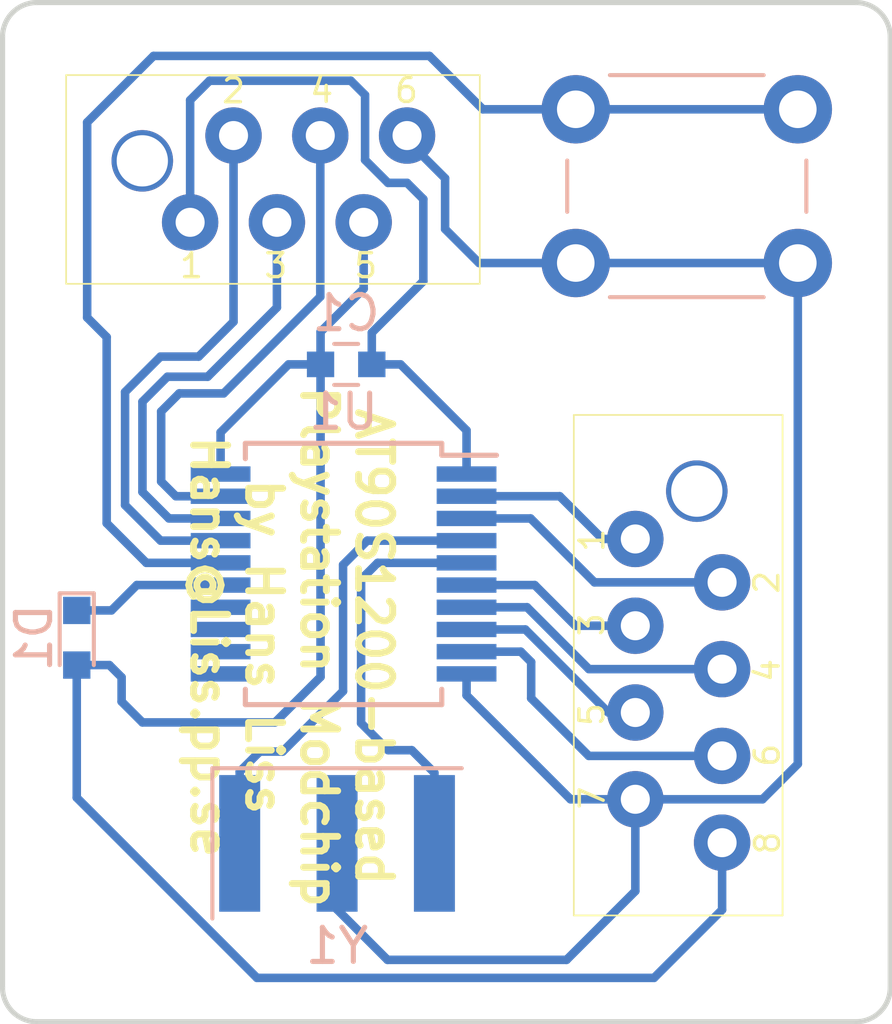
<source format=kicad_pcb>
(kicad_pcb (version 4) (host pcbnew 4.0.7)

  (general
    (links 25)
    (no_connects 0)
    (area 141.809399 90.145799 167.943601 120.128101)
    (thickness 1.6)
    (drawings 9)
    (tracks 118)
    (zones 0)
    (modules 7)
    (nets 17)
  )

  (page A4)
  (layers
    (0 F.Cu signal)
    (31 B.Cu signal)
    (32 B.Adhes user)
    (33 F.Adhes user)
    (34 B.Paste user)
    (35 F.Paste user)
    (36 B.SilkS user)
    (37 F.SilkS user)
    (38 B.Mask user)
    (39 F.Mask user)
    (40 Dwgs.User user)
    (41 Cmts.User user)
    (42 Eco1.User user)
    (43 Eco2.User user)
    (44 Edge.Cuts user)
    (45 Margin user)
    (46 B.CrtYd user)
    (47 F.CrtYd user)
    (48 B.Fab user)
    (49 F.Fab user)
  )

  (setup
    (last_trace_width 0.25)
    (trace_clearance 0.2)
    (zone_clearance 0.508)
    (zone_45_only no)
    (trace_min 0.2)
    (segment_width 0.2)
    (edge_width 0.15)
    (via_size 0.6)
    (via_drill 0.4)
    (via_min_size 0.4)
    (via_min_drill 0.3)
    (uvia_size 0.3)
    (uvia_drill 0.1)
    (uvias_allowed no)
    (uvia_min_size 0.2)
    (uvia_min_drill 0.1)
    (pcb_text_width 0.3)
    (pcb_text_size 1.5 1.5)
    (mod_edge_width 0.15)
    (mod_text_size 1 1)
    (mod_text_width 0.15)
    (pad_size 1.524 1.524)
    (pad_drill 0.762)
    (pad_to_mask_clearance 0.2)
    (aux_axis_origin 0 0)
    (visible_elements FFFFFF7F)
    (pcbplotparams
      (layerselection 0x00030_80000001)
      (usegerberextensions false)
      (excludeedgelayer true)
      (linewidth 0.100000)
      (plotframeref false)
      (viasonmask false)
      (mode 1)
      (useauxorigin false)
      (hpglpennumber 1)
      (hpglpenspeed 20)
      (hpglpendiameter 15)
      (hpglpenoverlay 2)
      (psnegative false)
      (psa4output false)
      (plotreference true)
      (plotvalue true)
      (plotinvisibletext false)
      (padsonsilk false)
      (subtractmaskfromsilk false)
      (outputformat 1)
      (mirror false)
      (drillshape 1)
      (scaleselection 1)
      (outputdirectory ""))
  )

  (net 0 "")
  (net 1 "Net-(C1-Pad1)")
  (net 2 "Net-(D1-Pad1)")
  (net 3 "Net-(J1-Pad4)")
  (net 4 "Net-(J1-Pad2)")
  (net 5 "Net-(J1-Pad6)")
  (net 6 "Net-(J1-Pad1)")
  (net 7 "Net-(J1-Pad3)")
  (net 8 "Net-(J1-Pad5)")
  (net 9 "Net-(J2-Pad4)")
  (net 10 "Net-(J2-Pad2)")
  (net 11 "Net-(J2-Pad3)")
  (net 12 "Net-(SW1-Pad1)")
  (net 13 "Net-(U1-Pad4)")
  (net 14 "Net-(U1-Pad5)")
  (net 15 VCC)
  (net 16 GND)

  (net_class Default "This is the default net class."
    (clearance 0.2)
    (trace_width 0.25)
    (via_dia 0.6)
    (via_drill 0.4)
    (uvia_dia 0.3)
    (uvia_drill 0.1)
    (add_net GND)
    (add_net "Net-(C1-Pad1)")
    (add_net "Net-(D1-Pad1)")
    (add_net "Net-(J1-Pad1)")
    (add_net "Net-(J1-Pad2)")
    (add_net "Net-(J1-Pad3)")
    (add_net "Net-(J1-Pad4)")
    (add_net "Net-(J1-Pad5)")
    (add_net "Net-(J1-Pad6)")
    (add_net "Net-(J2-Pad2)")
    (add_net "Net-(J2-Pad3)")
    (add_net "Net-(J2-Pad4)")
    (add_net "Net-(SW1-Pad1)")
    (add_net "Net-(U1-Pad4)")
    (add_net "Net-(U1-Pad5)")
    (add_net VCC)
  )

  (module Capacitors_SMD:C_0603 (layer B.Cu) (tedit 5B4DF769) (tstamp 5B4DF6F0)
    (at 151.9428 100.8126 180)
    (descr "Capacitor SMD 0603, reflow soldering, AVX (see smccp.pdf)")
    (tags "capacitor 0603")
    (path /5B4DE6F7)
    (attr smd)
    (fp_text reference C1 (at 0 1.5 180) (layer B.SilkS)
      (effects (font (size 1 1) (thickness 0.15)) (justify mirror))
    )
    (fp_text value C (at 0 -1.5 180) (layer B.Fab) hide
      (effects (font (size 1 1) (thickness 0.15)) (justify mirror))
    )
    (fp_line (start 1.4 -0.65) (end -1.4 -0.65) (layer B.CrtYd) (width 0.05))
    (fp_line (start 1.4 -0.65) (end 1.4 0.65) (layer B.CrtYd) (width 0.05))
    (fp_line (start -1.4 0.65) (end -1.4 -0.65) (layer B.CrtYd) (width 0.05))
    (fp_line (start -1.4 0.65) (end 1.4 0.65) (layer B.CrtYd) (width 0.05))
    (fp_line (start 0.35 -0.6) (end -0.35 -0.6) (layer B.SilkS) (width 0.12))
    (fp_line (start -0.35 0.6) (end 0.35 0.6) (layer B.SilkS) (width 0.12))
    (fp_line (start -0.8 0.4) (end 0.8 0.4) (layer B.Fab) (width 0.1))
    (fp_line (start 0.8 0.4) (end 0.8 -0.4) (layer B.Fab) (width 0.1))
    (fp_line (start 0.8 -0.4) (end -0.8 -0.4) (layer B.Fab) (width 0.1))
    (fp_line (start -0.8 -0.4) (end -0.8 0.4) (layer B.Fab) (width 0.1))
    (fp_text user %R (at 0 0 180) (layer B.Fab)
      (effects (font (size 0.3 0.3) (thickness 0.075)) (justify mirror))
    )
    (pad 2 smd rect (at 0.75 0 180) (size 0.8 0.75) (layers B.Cu B.Paste B.Mask)
      (net 15 VCC))
    (pad 1 smd rect (at -0.75 0 180) (size 0.8 0.75) (layers B.Cu B.Paste B.Mask)
      (net 1 "Net-(C1-Pad1)"))
    (model Capacitors_SMD.3dshapes/C_0603.wrl
      (at (xyz 0 0 0))
      (scale (xyz 1 1 1))
      (rotate (xyz 0 0 0))
    )
  )

  (module LEDs:LED_0603 (layer B.Cu) (tedit 5B4DF782) (tstamp 5B4DF6F6)
    (at 144.0561 108.8136 270)
    (descr "LED 0603 smd package")
    (tags "LED led 0603 SMD smd SMT smt smdled SMDLED smtled SMTLED")
    (path /5B4DE9C2)
    (attr smd)
    (fp_text reference D1 (at 0 1.25 270) (layer B.SilkS)
      (effects (font (size 1 1) (thickness 0.15)) (justify mirror))
    )
    (fp_text value LED (at 0 -1.35 270) (layer B.Fab) hide
      (effects (font (size 1 1) (thickness 0.15)) (justify mirror))
    )
    (fp_line (start -1.3 0.5) (end -1.3 -0.5) (layer B.SilkS) (width 0.12))
    (fp_line (start -0.2 0.2) (end -0.2 -0.2) (layer B.Fab) (width 0.1))
    (fp_line (start -0.15 0) (end 0.15 0.2) (layer B.Fab) (width 0.1))
    (fp_line (start 0.15 -0.2) (end -0.15 0) (layer B.Fab) (width 0.1))
    (fp_line (start 0.15 0.2) (end 0.15 -0.2) (layer B.Fab) (width 0.1))
    (fp_line (start 0.8 -0.4) (end -0.8 -0.4) (layer B.Fab) (width 0.1))
    (fp_line (start 0.8 0.4) (end 0.8 -0.4) (layer B.Fab) (width 0.1))
    (fp_line (start -0.8 0.4) (end 0.8 0.4) (layer B.Fab) (width 0.1))
    (fp_line (start -0.8 -0.4) (end -0.8 0.4) (layer B.Fab) (width 0.1))
    (fp_line (start -1.3 -0.5) (end 0.8 -0.5) (layer B.SilkS) (width 0.12))
    (fp_line (start -1.3 0.5) (end 0.8 0.5) (layer B.SilkS) (width 0.12))
    (fp_line (start 1.45 0.65) (end 1.45 -0.65) (layer B.CrtYd) (width 0.05))
    (fp_line (start 1.45 -0.65) (end -1.45 -0.65) (layer B.CrtYd) (width 0.05))
    (fp_line (start -1.45 -0.65) (end -1.45 0.65) (layer B.CrtYd) (width 0.05))
    (fp_line (start -1.45 0.65) (end 1.45 0.65) (layer B.CrtYd) (width 0.05))
    (pad 2 smd rect (at 0.8 0 90) (size 0.8 0.8) (layers B.Cu B.Paste B.Mask)
      (net 15 VCC))
    (pad 1 smd rect (at -0.8 0 90) (size 0.8 0.8) (layers B.Cu B.Paste B.Mask)
      (net 2 "Net-(D1-Pad1)"))
    (model ${KISYS3DMOD}/LEDs.3dshapes/LED_0603.wrl
      (at (xyz 0 0 0))
      (scale (xyz 1 1 1))
      (rotate (xyz 0 0 180))
    )
  )

  (module MicroMatch:MicroMatch_FOB_TH_08P (layer F.Cu) (tedit 5B4DF755) (tstamp 5B4DF713)
    (at 166.497 106.0323 90)
    (path /5B4DE60F)
    (fp_text reference J1 (at 0 0.5 90) (layer F.SilkS) hide
      (effects (font (size 1 1) (thickness 0.15)))
    )
    (fp_text value Conn_02x04_Odd_Even (at 0 -0.5 90) (layer F.Fab) hide
      (effects (font (size 1 1) (thickness 0.15)))
    )
    (fp_text user 8 (at -8.79 -2.22 90) (layer F.SilkS)
      (effects (font (size 0.7 0.7) (thickness 0.1)))
    )
    (fp_text user 7 (at -7.47 -7.35 90) (layer F.SilkS)
      (effects (font (size 0.7 0.7) (thickness 0.1)))
    )
    (fp_text user 6 (at -6.22 -2.23 90) (layer F.SilkS)
      (effects (font (size 0.7 0.7) (thickness 0.1)))
    )
    (fp_text user 4 (at -3.74 -2.23 90) (layer F.SilkS)
      (effects (font (size 0.7 0.7) (thickness 0.1)))
    )
    (fp_text user 2 (at -1.16 -2.24 90) (layer F.SilkS)
      (effects (font (size 0.7 0.7) (thickness 0.1)))
    )
    (fp_text user 5 (at -5.03 -7.36 90) (layer F.SilkS)
      (effects (font (size 0.7 0.7) (thickness 0.1)))
    )
    (fp_text user 3 (at -2.4 -7.36 90) (layer F.SilkS)
      (effects (font (size 0.7 0.7) (thickness 0.1)))
    )
    (fp_text user 1 (at 0.07 -7.36 90) (layer F.SilkS)
      (effects (font (size 0.7 0.7) (thickness 0.1)))
    )
    (fp_line (start -10.91 -7.89) (end 3.74 -7.89) (layer F.SilkS) (width 0.05))
    (fp_line (start 3.74 -7.89) (end 3.74 -1.78) (layer F.SilkS) (width 0.05))
    (fp_line (start 3.74 -1.78) (end -10.91 -1.78) (layer F.SilkS) (width 0.05))
    (fp_line (start -10.91 -1.78) (end -10.91 -7.89) (layer F.SilkS) (width 0.05))
    (fp_line (start -11 -1.68) (end -11 -8) (layer F.CrtYd) (width 0.05))
    (fp_line (start -11 -8) (end 3.86 -8) (layer F.CrtYd) (width 0.05))
    (fp_line (start 3.86 -8) (end 3.86 -1.68) (layer F.CrtYd) (width 0.05))
    (fp_line (start 3.86 -1.68) (end -11 -1.68) (layer F.CrtYd) (width 0.05))
    (pad 8 thru_hole circle (at -8.78 -3.55 90) (size 1.65 1.65) (drill 0.85) (layers *.Cu *.Mask)
      (net 15 VCC))
    (pad 7 thru_hole circle (at -7.51 -6.09 90) (size 1.65 1.65) (drill 0.85) (layers *.Cu *.Mask)
      (net 16 GND))
    (pad 4 thru_hole circle (at -3.7 -3.55 90) (size 1.65 1.65) (drill 0.85) (layers *.Cu *.Mask)
      (net 3 "Net-(J1-Pad4)"))
    (pad 2 thru_hole circle (at -1.16 -3.55 90) (size 1.65 1.65) (drill 0.85) (layers *.Cu *.Mask)
      (net 4 "Net-(J1-Pad2)"))
    (pad 6 thru_hole circle (at -6.24 -3.55 90) (size 1.65 1.65) (drill 0.85) (layers *.Cu *.Mask)
      (net 5 "Net-(J1-Pad6)"))
    (pad 1 thru_hole circle (at 0.11 -6.09 90) (size 1.65 1.65) (drill 0.85) (layers *.Cu *.Mask)
      (net 6 "Net-(J1-Pad1)"))
    (pad 3 thru_hole circle (at -2.43 -6.09 90) (size 1.65 1.65) (drill 0.85) (layers *.Cu *.Mask)
      (net 7 "Net-(J1-Pad3)"))
    (pad 5 thru_hole circle (at -4.97 -6.09 90) (size 1.65 1.65) (drill 0.85) (layers *.Cu *.Mask)
      (net 8 "Net-(J1-Pad5)"))
    (pad "" np_thru_hole circle (at 1.51 -4.29 90) (size 1.8 1.8) (drill 1.5) (layers *.Cu *.Mask))
  )

  (module MicroMatch:MicroMatch_FOB_TH_06P (layer F.Cu) (tedit 5B4DF74D) (tstamp 5B4DF72C)
    (at 147.4851 90.5637 180)
    (path /5B4DE550)
    (fp_text reference J2 (at 0 0.5 180) (layer F.SilkS) hide
      (effects (font (size 1 1) (thickness 0.15)))
    )
    (fp_text value Conn_02x03_Odd_Even (at 0 -0.5 180) (layer F.Fab) hide
      (effects (font (size 1 1) (thickness 0.15)))
    )
    (fp_text user 6 (at -6.22 -2.23 180) (layer F.SilkS)
      (effects (font (size 0.7 0.7) (thickness 0.1)))
    )
    (fp_text user 4 (at -3.74 -2.23 180) (layer F.SilkS)
      (effects (font (size 0.7 0.7) (thickness 0.1)))
    )
    (fp_text user 2 (at -1.16 -2.24 180) (layer F.SilkS)
      (effects (font (size 0.7 0.7) (thickness 0.1)))
    )
    (fp_text user 5 (at -5.03 -7.36 180) (layer F.SilkS)
      (effects (font (size 0.7 0.7) (thickness 0.1)))
    )
    (fp_text user 3 (at -2.4 -7.36 180) (layer F.SilkS)
      (effects (font (size 0.7 0.7) (thickness 0.1)))
    )
    (fp_text user 1 (at 0.07 -7.36 180) (layer F.SilkS)
      (effects (font (size 0.7 0.7) (thickness 0.1)))
    )
    (fp_line (start -8.37 -7.89) (end 3.74 -7.89) (layer F.SilkS) (width 0.05))
    (fp_line (start 3.74 -7.89) (end 3.74 -1.78) (layer F.SilkS) (width 0.05))
    (fp_line (start 3.74 -1.78) (end -8.37 -1.78) (layer F.SilkS) (width 0.05))
    (fp_line (start -8.37 -1.78) (end -8.37 -7.89) (layer F.SilkS) (width 0.05))
    (fp_line (start -8.46 -1.68) (end -8.46 -8) (layer F.CrtYd) (width 0.05))
    (fp_line (start -8.46 -8) (end 3.86 -8) (layer F.CrtYd) (width 0.05))
    (fp_line (start 3.86 -8) (end 3.86 -1.68) (layer F.CrtYd) (width 0.05))
    (fp_line (start 3.86 -1.68) (end -8.46 -1.68) (layer F.CrtYd) (width 0.05))
    (pad 4 thru_hole circle (at -3.7 -3.55 180) (size 1.65 1.65) (drill 0.85) (layers *.Cu *.Mask)
      (net 9 "Net-(J2-Pad4)"))
    (pad 2 thru_hole circle (at -1.16 -3.55 180) (size 1.65 1.65) (drill 0.85) (layers *.Cu *.Mask)
      (net 10 "Net-(J2-Pad2)"))
    (pad 6 thru_hole circle (at -6.24 -3.55 180) (size 1.65 1.65) (drill 0.85) (layers *.Cu *.Mask)
      (net 16 GND))
    (pad 1 thru_hole circle (at 0.11 -6.09 180) (size 1.65 1.65) (drill 0.85) (layers *.Cu *.Mask)
      (net 1 "Net-(C1-Pad1)"))
    (pad 3 thru_hole circle (at -2.43 -6.09 180) (size 1.65 1.65) (drill 0.85) (layers *.Cu *.Mask)
      (net 11 "Net-(J2-Pad3)"))
    (pad 5 thru_hole circle (at -4.97 -6.09 180) (size 1.65 1.65) (drill 0.85) (layers *.Cu *.Mask)
      (net 15 VCC))
    (pad "" np_thru_hole circle (at 1.51 -4.29 180) (size 1.8 1.8) (drill 1.5) (layers *.Cu *.Mask))
  )

  (module Buttons_Switches_THT:SW_PUSH_6mm (layer B.Cu) (tedit 5B4DF73A) (tstamp 5B4DF734)
    (at 165.1635 93.345 180)
    (descr https://www.omron.com/ecb/products/pdf/en-b3f.pdf)
    (tags "tact sw push 6mm")
    (path /5B4DEC93)
    (fp_text reference SW1 (at 3.25 2 180) (layer B.SilkS) hide
      (effects (font (size 1 1) (thickness 0.15)) (justify mirror))
    )
    (fp_text value SW_Push (at 3.75 -6.7 180) (layer B.Fab) hide
      (effects (font (size 1 1) (thickness 0.15)) (justify mirror))
    )
    (fp_text user %R (at 3.25 -2.25 180) (layer B.Fab)
      (effects (font (size 1 1) (thickness 0.15)) (justify mirror))
    )
    (fp_line (start 3.25 0.75) (end 6.25 0.75) (layer B.Fab) (width 0.1))
    (fp_line (start 6.25 0.75) (end 6.25 -5.25) (layer B.Fab) (width 0.1))
    (fp_line (start 6.25 -5.25) (end 0.25 -5.25) (layer B.Fab) (width 0.1))
    (fp_line (start 0.25 -5.25) (end 0.25 0.75) (layer B.Fab) (width 0.1))
    (fp_line (start 0.25 0.75) (end 3.25 0.75) (layer B.Fab) (width 0.1))
    (fp_line (start 7.75 -6) (end 8 -6) (layer B.CrtYd) (width 0.05))
    (fp_line (start 8 -6) (end 8 -5.75) (layer B.CrtYd) (width 0.05))
    (fp_line (start 7.75 1.5) (end 8 1.5) (layer B.CrtYd) (width 0.05))
    (fp_line (start 8 1.5) (end 8 1.25) (layer B.CrtYd) (width 0.05))
    (fp_line (start -1.5 1.25) (end -1.5 1.5) (layer B.CrtYd) (width 0.05))
    (fp_line (start -1.5 1.5) (end -1.25 1.5) (layer B.CrtYd) (width 0.05))
    (fp_line (start -1.5 -5.75) (end -1.5 -6) (layer B.CrtYd) (width 0.05))
    (fp_line (start -1.5 -6) (end -1.25 -6) (layer B.CrtYd) (width 0.05))
    (fp_line (start -1.25 1.5) (end 7.75 1.5) (layer B.CrtYd) (width 0.05))
    (fp_line (start -1.5 -5.75) (end -1.5 1.25) (layer B.CrtYd) (width 0.05))
    (fp_line (start 7.75 -6) (end -1.25 -6) (layer B.CrtYd) (width 0.05))
    (fp_line (start 8 1.25) (end 8 -5.75) (layer B.CrtYd) (width 0.05))
    (fp_line (start 1 -5.5) (end 5.5 -5.5) (layer B.SilkS) (width 0.12))
    (fp_line (start -0.25 -1.5) (end -0.25 -3) (layer B.SilkS) (width 0.12))
    (fp_line (start 5.5 1) (end 1 1) (layer B.SilkS) (width 0.12))
    (fp_line (start 6.75 -3) (end 6.75 -1.5) (layer B.SilkS) (width 0.12))
    (fp_circle (center 3.25 -2.25) (end 1.25 -2.5) (layer B.Fab) (width 0.1))
    (pad 2 thru_hole circle (at 0 -4.5 90) (size 2 2) (drill 1.1) (layers *.Cu *.Mask)
      (net 16 GND))
    (pad 1 thru_hole circle (at 0 0 90) (size 2 2) (drill 1.1) (layers *.Cu *.Mask)
      (net 12 "Net-(SW1-Pad1)"))
    (pad 2 thru_hole circle (at 6.5 -4.5 90) (size 2 2) (drill 1.1) (layers *.Cu *.Mask)
      (net 16 GND))
    (pad 1 thru_hole circle (at 6.5 0 90) (size 2 2) (drill 1.1) (layers *.Cu *.Mask)
      (net 12 "Net-(SW1-Pad1)"))
    (model ${KISYS3DMOD}/Buttons_Switches_THT.3dshapes/SW_PUSH_6mm.wrl
      (at (xyz 0.005 0 0))
      (scale (xyz 0.3937 0.3937 0.3937))
      (rotate (xyz 0 0 0))
    )
  )

  (module Housings_SSOP:SSOP-20_5.3x7.2mm_Pitch0.65mm (layer B.Cu) (tedit 5B4DF770) (tstamp 5B4DF74C)
    (at 151.8666 106.9467 180)
    (descr "20-Lead Plastic Shrink Small Outline (SS)-5.30 mm Body [SSOP] (see Microchip Packaging Specification 00000049BS.pdf)")
    (tags "SSOP 0.65")
    (path /5B4DE4B6)
    (attr smd)
    (fp_text reference U1 (at 0 4.75 180) (layer B.SilkS)
      (effects (font (size 1 1) (thickness 0.15)) (justify mirror))
    )
    (fp_text value AT90S1200-4YC (at 0 -4.75 180) (layer B.Fab) hide
      (effects (font (size 1 1) (thickness 0.15)) (justify mirror))
    )
    (fp_line (start -1.65 3.6) (end 2.65 3.6) (layer B.Fab) (width 0.15))
    (fp_line (start 2.65 3.6) (end 2.65 -3.6) (layer B.Fab) (width 0.15))
    (fp_line (start 2.65 -3.6) (end -2.65 -3.6) (layer B.Fab) (width 0.15))
    (fp_line (start -2.65 -3.6) (end -2.65 2.6) (layer B.Fab) (width 0.15))
    (fp_line (start -2.65 2.6) (end -1.65 3.6) (layer B.Fab) (width 0.15))
    (fp_line (start -4.75 4) (end -4.75 -4) (layer B.CrtYd) (width 0.05))
    (fp_line (start 4.75 4) (end 4.75 -4) (layer B.CrtYd) (width 0.05))
    (fp_line (start -4.75 4) (end 4.75 4) (layer B.CrtYd) (width 0.05))
    (fp_line (start -4.75 -4) (end 4.75 -4) (layer B.CrtYd) (width 0.05))
    (fp_line (start -2.875 3.825) (end -2.875 3.475) (layer B.SilkS) (width 0.15))
    (fp_line (start 2.875 3.825) (end 2.875 3.375) (layer B.SilkS) (width 0.15))
    (fp_line (start 2.875 -3.825) (end 2.875 -3.375) (layer B.SilkS) (width 0.15))
    (fp_line (start -2.875 -3.825) (end -2.875 -3.375) (layer B.SilkS) (width 0.15))
    (fp_line (start -2.875 3.825) (end 2.875 3.825) (layer B.SilkS) (width 0.15))
    (fp_line (start -2.875 -3.825) (end 2.875 -3.825) (layer B.SilkS) (width 0.15))
    (fp_line (start -2.875 3.475) (end -4.475 3.475) (layer B.SilkS) (width 0.15))
    (fp_text user %R (at 0 0 180) (layer B.Fab)
      (effects (font (size 0.8 0.8) (thickness 0.15)) (justify mirror))
    )
    (pad 1 smd rect (at -3.6 2.925 180) (size 1.75 0.45) (layers B.Cu B.Paste B.Mask)
      (net 1 "Net-(C1-Pad1)"))
    (pad 2 smd rect (at -3.6 2.275 180) (size 1.75 0.45) (layers B.Cu B.Paste B.Mask)
      (net 6 "Net-(J1-Pad1)"))
    (pad 3 smd rect (at -3.6 1.625 180) (size 1.75 0.45) (layers B.Cu B.Paste B.Mask)
      (net 4 "Net-(J1-Pad2)"))
    (pad 4 smd rect (at -3.6 0.975 180) (size 1.75 0.45) (layers B.Cu B.Paste B.Mask)
      (net 13 "Net-(U1-Pad4)"))
    (pad 5 smd rect (at -3.6 0.325 180) (size 1.75 0.45) (layers B.Cu B.Paste B.Mask)
      (net 14 "Net-(U1-Pad5)"))
    (pad 6 smd rect (at -3.6 -0.325 180) (size 1.75 0.45) (layers B.Cu B.Paste B.Mask)
      (net 7 "Net-(J1-Pad3)"))
    (pad 7 smd rect (at -3.6 -0.975 180) (size 1.75 0.45) (layers B.Cu B.Paste B.Mask)
      (net 3 "Net-(J1-Pad4)"))
    (pad 8 smd rect (at -3.6 -1.625 180) (size 1.75 0.45) (layers B.Cu B.Paste B.Mask)
      (net 8 "Net-(J1-Pad5)"))
    (pad 9 smd rect (at -3.6 -2.275 180) (size 1.75 0.45) (layers B.Cu B.Paste B.Mask)
      (net 5 "Net-(J1-Pad6)"))
    (pad 10 smd rect (at -3.6 -2.925 180) (size 1.75 0.45) (layers B.Cu B.Paste B.Mask)
      (net 16 GND))
    (pad 11 smd rect (at 3.6 -2.925 180) (size 1.75 0.45) (layers B.Cu B.Paste B.Mask))
    (pad 12 smd rect (at 3.6 -2.275 180) (size 1.75 0.45) (layers B.Cu B.Paste B.Mask))
    (pad 13 smd rect (at 3.6 -1.625 180) (size 1.75 0.45) (layers B.Cu B.Paste B.Mask))
    (pad 14 smd rect (at 3.6 -0.975 180) (size 1.75 0.45) (layers B.Cu B.Paste B.Mask))
    (pad 15 smd rect (at 3.6 -0.325 180) (size 1.75 0.45) (layers B.Cu B.Paste B.Mask)
      (net 2 "Net-(D1-Pad1)"))
    (pad 16 smd rect (at 3.6 0.325 180) (size 1.75 0.45) (layers B.Cu B.Paste B.Mask)
      (net 12 "Net-(SW1-Pad1)"))
    (pad 17 smd rect (at 3.6 0.975 180) (size 1.75 0.45) (layers B.Cu B.Paste B.Mask)
      (net 10 "Net-(J2-Pad2)"))
    (pad 18 smd rect (at 3.6 1.625 180) (size 1.75 0.45) (layers B.Cu B.Paste B.Mask)
      (net 11 "Net-(J2-Pad3)"))
    (pad 19 smd rect (at 3.6 2.275 180) (size 1.75 0.45) (layers B.Cu B.Paste B.Mask)
      (net 9 "Net-(J2-Pad4)"))
    (pad 20 smd rect (at 3.6 2.925 180) (size 1.75 0.45) (layers B.Cu B.Paste B.Mask)
      (net 15 VCC))
    (model ${KISYS3DMOD}/Housings_SSOP.3dshapes/SSOP-20_5.3x7.2mm_Pitch0.65mm.wrl
      (at (xyz 0 0 0))
      (scale (xyz 1 1 1))
      (rotate (xyz 0 0 0))
    )
  )

  (module Crystals:Resonator_SMD_muRata_SFECV-3pin_6.9x2.9mm (layer B.Cu) (tedit 5B4DF77A) (tstamp 5B4DF753)
    (at 151.6761 114.8334)
    (descr "SMD Resomator/Filter Murata SFECV, http://cdn-reichelt.de/documents/datenblatt/B400/SFECV-107.pdf, 6.9x2.9mm^2 package")
    (tags "SMD SMT ceramic resonator filter filter")
    (path /5B4DE646)
    (attr smd)
    (fp_text reference Y1 (at 0 3) (layer B.SilkS)
      (effects (font (size 1 1) (thickness 0.15)) (justify mirror))
    )
    (fp_text value Resonator (at 0 -3) (layer B.Fab) hide
      (effects (font (size 1 1) (thickness 0.15)) (justify mirror))
    )
    (fp_text user %R (at 0 0) (layer B.Fab)
      (effects (font (size 1 1) (thickness 0.15)) (justify mirror))
    )
    (fp_line (start -3.45 1.45) (end -3.45 -1.45) (layer B.Fab) (width 0.1))
    (fp_line (start -3.45 -1.45) (end 3.45 -1.45) (layer B.Fab) (width 0.1))
    (fp_line (start 3.45 -1.45) (end 3.45 1.45) (layer B.Fab) (width 0.1))
    (fp_line (start 3.45 1.45) (end -3.45 1.45) (layer B.Fab) (width 0.1))
    (fp_line (start -3.45 -0.45) (end -2.45 -1.45) (layer B.Fab) (width 0.1))
    (fp_line (start -3.65 2.2) (end -3.65 -2.2) (layer B.SilkS) (width 0.12))
    (fp_line (start -3.65 -2.2) (end 3.65 -2.2) (layer B.SilkS) (width 0.12))
    (fp_line (start -3.7 2.3) (end -3.7 -2.3) (layer B.CrtYd) (width 0.05))
    (fp_line (start -3.7 -2.3) (end 3.7 -2.3) (layer B.CrtYd) (width 0.05))
    (fp_line (start 3.7 -2.3) (end 3.7 2.3) (layer B.CrtYd) (width 0.05))
    (fp_line (start 3.7 2.3) (end -3.7 2.3) (layer B.CrtYd) (width 0.05))
    (pad 1 smd rect (at -2.85 0) (size 1.2 4) (layers B.Cu B.Paste B.Mask)
      (net 13 "Net-(U1-Pad4)"))
    (pad 2 smd rect (at 0 0) (size 1.2 4) (layers B.Cu B.Paste B.Mask)
      (net 16 GND))
    (pad 3 smd rect (at 2.85 0) (size 1.2 4) (layers B.Cu B.Paste B.Mask)
      (net 14 "Net-(U1-Pad5)"))
    (model ${KISYS3DMOD}/Crystals.3dshapes/Resonator_SMD_muRata_SFECV-3pin_6.9x2.9mm.wrl
      (at (xyz 0 0 0))
      (scale (xyz 1 1 1))
      (rotate (xyz 0 0 0))
    )
  )

  (gr_arc (start 142.8844 119.0531) (end 142.8844 120.0531) (angle 90) (layer Edge.Cuts) (width 0.15))
  (gr_arc (start 142.8844 91.2208) (end 141.8844 91.2208) (angle 90) (layer Edge.Cuts) (width 0.15))
  (gr_arc (start 166.8686 119.0531) (end 167.8686 119.0531) (angle 90) (layer Edge.Cuts) (width 0.15))
  (gr_arc (start 166.8686 91.2208) (end 166.8686 90.2208) (angle 90) (layer Edge.Cuts) (width 0.15))
  (gr_text "AT90S1200-based\nPlaystation Modchip\nby Hans Liss\nHans@Liss.pp.se\n" (at 150.3426 109.0803 270) (layer F.SilkS)
    (effects (font (size 1 1) (thickness 0.2)))
  )
  (gr_line (start 141.8844 119.0531) (end 141.8844 91.2208) (angle 90) (layer Edge.Cuts) (width 0.15))
  (gr_line (start 166.8686 120.0531) (end 142.8844 120.0531) (angle 90) (layer Edge.Cuts) (width 0.15))
  (gr_line (start 167.8686 91.2208) (end 167.8686 119.0531) (angle 90) (layer Edge.Cuts) (width 0.15))
  (gr_line (start 142.8844 90.2208) (end 166.8686 90.2208) (angle 90) (layer Edge.Cuts) (width 0.15))

  (segment (start 152.6928 100.8126) (end 153.53538 100.8126) (width 0.25) (layer B.Cu) (net 1))
  (segment (start 155.4666 102.74382) (end 155.4666 104.0217) (width 0.25) (layer B.Cu) (net 1) (tstamp 5B4DF99E))
  (segment (start 153.53538 100.8126) (end 155.4666 102.74382) (width 0.25) (layer B.Cu) (net 1) (tstamp 5B4DF99D))
  (segment (start 147.3751 96.6537) (end 147.3751 93.07654) (width 0.25) (layer B.Cu) (net 1))
  (segment (start 152.6928 99.8848) (end 152.6928 100.8126) (width 0.25) (layer B.Cu) (net 1) (tstamp 5B4DF95D))
  (segment (start 154.20086 98.37674) (end 152.6928 99.8848) (width 0.25) (layer B.Cu) (net 1) (tstamp 5B4DF95B))
  (segment (start 154.20086 95.9739) (end 154.20086 98.37674) (width 0.25) (layer B.Cu) (net 1) (tstamp 5B4DF95A))
  (segment (start 153.72588 95.49892) (end 154.20086 95.9739) (width 0.25) (layer B.Cu) (net 1) (tstamp 5B4DF959))
  (segment (start 153.16708 95.49892) (end 153.72588 95.49892) (width 0.25) (layer B.Cu) (net 1) (tstamp 5B4DF958))
  (segment (start 152.49652 94.82836) (end 153.16708 95.49892) (width 0.25) (layer B.Cu) (net 1) (tstamp 5B4DF957))
  (segment (start 152.49652 92.92844) (end 152.49652 94.82836) (width 0.25) (layer B.Cu) (net 1) (tstamp 5B4DF955))
  (segment (start 152.07742 92.50934) (end 152.49652 92.92844) (width 0.25) (layer B.Cu) (net 1) (tstamp 5B4DF954))
  (segment (start 147.9423 92.50934) (end 152.07742 92.50934) (width 0.25) (layer B.Cu) (net 1) (tstamp 5B4DF952))
  (segment (start 147.3751 93.07654) (end 147.9423 92.50934) (width 0.25) (layer B.Cu) (net 1) (tstamp 5B4DF950))
  (segment (start 144.0561 108.0136) (end 145.072 108.0136) (width 0.25) (layer B.Cu) (net 2))
  (segment (start 145.8139 107.2717) (end 148.2666 107.2717) (width 0.25) (layer B.Cu) (net 2) (tstamp 5B4DF8ED))
  (segment (start 145.072 108.0136) (end 145.8139 107.2717) (width 0.25) (layer B.Cu) (net 2) (tstamp 5B4DF8EC))
  (segment (start 155.4666 107.9217) (end 157.23834 107.9217) (width 0.25) (layer B.Cu) (net 3))
  (segment (start 159.04894 109.7323) (end 162.947 109.7323) (width 0.25) (layer B.Cu) (net 3) (tstamp 5B4DF8D0))
  (segment (start 157.23834 107.9217) (end 159.04894 109.7323) (width 0.25) (layer B.Cu) (net 3) (tstamp 5B4DF8CE))
  (segment (start 155.4666 105.3217) (end 157.3409 105.3217) (width 0.25) (layer B.Cu) (net 4))
  (segment (start 159.2115 107.1923) (end 162.947 107.1923) (width 0.25) (layer B.Cu) (net 4) (tstamp 5B4DF8C4))
  (segment (start 157.3409 105.3217) (end 159.2115 107.1923) (width 0.25) (layer B.Cu) (net 4) (tstamp 5B4DF8C2))
  (segment (start 162.947 112.2723) (end 159.04386 112.2723) (width 0.25) (layer B.Cu) (net 5))
  (segment (start 157.05498 109.2217) (end 155.4666 109.2217) (width 0.25) (layer B.Cu) (net 5) (tstamp 5B4DF995))
  (segment (start 157.35808 109.5248) (end 157.05498 109.2217) (width 0.25) (layer B.Cu) (net 5) (tstamp 5B4DF994))
  (segment (start 157.35808 110.58652) (end 157.35808 109.5248) (width 0.25) (layer B.Cu) (net 5) (tstamp 5B4DF993))
  (segment (start 159.04386 112.2723) (end 157.35808 110.58652) (width 0.25) (layer B.Cu) (net 5) (tstamp 5B4DF992))
  (segment (start 155.4666 104.6717) (end 158.19458 104.6717) (width 0.25) (layer B.Cu) (net 6))
  (segment (start 159.44518 105.9223) (end 160.407 105.9223) (width 0.25) (layer B.Cu) (net 6) (tstamp 5B4DF8BE))
  (segment (start 158.19458 104.6717) (end 159.44518 105.9223) (width 0.25) (layer B.Cu) (net 6) (tstamp 5B4DF8BD))
  (segment (start 155.4666 107.2717) (end 157.4621 107.2717) (width 0.25) (layer B.Cu) (net 7))
  (segment (start 158.6527 108.4623) (end 160.407 108.4623) (width 0.25) (layer B.Cu) (net 7) (tstamp 5B4DF8CA))
  (segment (start 157.4621 107.2717) (end 158.6527 108.4623) (width 0.25) (layer B.Cu) (net 7) (tstamp 5B4DF8C8))
  (segment (start 155.4666 108.5717) (end 157.1873 108.5717) (width 0.25) (layer B.Cu) (net 8))
  (segment (start 159.6179 111.0023) (end 160.407 111.0023) (width 0.25) (layer B.Cu) (net 8) (tstamp 5B4DF8D6))
  (segment (start 157.1873 108.5717) (end 159.6179 111.0023) (width 0.25) (layer B.Cu) (net 8) (tstamp 5B4DF8D4))
  (segment (start 151.1851 94.1137) (end 151.1851 98.83218) (width 0.25) (layer B.Cu) (net 9))
  (segment (start 146.95762 104.6717) (end 148.2666 104.6717) (width 0.25) (layer B.Cu) (net 9) (tstamp 5B4DF908))
  (segment (start 146.52752 104.2416) (end 146.95762 104.6717) (width 0.25) (layer B.Cu) (net 9) (tstamp 5B4DF907))
  (segment (start 146.52752 102.18928) (end 146.52752 104.2416) (width 0.25) (layer B.Cu) (net 9) (tstamp 5B4DF906))
  (segment (start 147.05584 101.66096) (end 146.52752 102.18928) (width 0.25) (layer B.Cu) (net 9) (tstamp 5B4DF905))
  (segment (start 148.35632 101.66096) (end 147.05584 101.66096) (width 0.25) (layer B.Cu) (net 9) (tstamp 5B4DF903))
  (segment (start 151.1851 98.83218) (end 148.35632 101.66096) (width 0.25) (layer B.Cu) (net 9) (tstamp 5B4DF901))
  (segment (start 148.6451 94.1137) (end 148.6451 99.5637) (width 0.25) (layer B.Cu) (net 10))
  (segment (start 146.5101 105.9717) (end 148.2666 105.9717) (width 0.25) (layer B.Cu) (net 10) (tstamp 5B4DF91E))
  (segment (start 145.47088 104.93248) (end 146.5101 105.9717) (width 0.25) (layer B.Cu) (net 10) (tstamp 5B4DF91C))
  (segment (start 145.47088 101.62032) (end 145.47088 104.93248) (width 0.25) (layer B.Cu) (net 10) (tstamp 5B4DF91A))
  (segment (start 146.5072 100.584) (end 145.47088 101.62032) (width 0.25) (layer B.Cu) (net 10) (tstamp 5B4DF918))
  (segment (start 147.6248 100.584) (end 146.5072 100.584) (width 0.25) (layer B.Cu) (net 10) (tstamp 5B4DF917))
  (segment (start 148.6451 99.5637) (end 147.6248 100.584) (width 0.25) (layer B.Cu) (net 10) (tstamp 5B4DF915))
  (segment (start 149.9151 96.6537) (end 149.9151 99.14714) (width 0.25) (layer B.Cu) (net 11))
  (segment (start 146.75418 105.3217) (end 148.2666 105.3217) (width 0.25) (layer B.Cu) (net 11) (tstamp 5B4DF912))
  (segment (start 145.97888 104.5464) (end 146.75418 105.3217) (width 0.25) (layer B.Cu) (net 11) (tstamp 5B4DF911))
  (segment (start 145.97888 101.9048) (end 145.97888 104.5464) (width 0.25) (layer B.Cu) (net 11) (tstamp 5B4DF910))
  (segment (start 146.7104 101.17328) (end 145.97888 101.9048) (width 0.25) (layer B.Cu) (net 11) (tstamp 5B4DF90F))
  (segment (start 147.88896 101.17328) (end 146.7104 101.17328) (width 0.25) (layer B.Cu) (net 11) (tstamp 5B4DF90D))
  (segment (start 149.9151 99.14714) (end 147.88896 101.17328) (width 0.25) (layer B.Cu) (net 11) (tstamp 5B4DF90B))
  (segment (start 158.6635 93.345) (end 155.9433 93.345) (width 0.25) (layer B.Cu) (net 12) (status 400000))
  (segment (start 146.0933 106.6217) (end 148.2666 106.6217) (width 0.25) (layer B.Cu) (net 12) (tstamp 5B4DFAE7) (status 800000))
  (segment (start 144.9324 105.4608) (end 146.0933 106.6217) (width 0.25) (layer B.Cu) (net 12) (tstamp 5B4DFAE5))
  (segment (start 144.9324 100.0125) (end 144.9324 105.4608) (width 0.25) (layer B.Cu) (net 12) (tstamp 5B4DFAE4))
  (segment (start 144.3609 99.441) (end 144.9324 100.0125) (width 0.25) (layer B.Cu) (net 12) (tstamp 5B4DFAE3))
  (segment (start 144.3609 93.726) (end 144.3609 99.441) (width 0.25) (layer B.Cu) (net 12) (tstamp 5B4DFAE1))
  (segment (start 146.304 91.7829) (end 144.3609 93.726) (width 0.25) (layer B.Cu) (net 12) (tstamp 5B4DFADF))
  (segment (start 154.3812 91.7829) (end 146.304 91.7829) (width 0.25) (layer B.Cu) (net 12) (tstamp 5B4DFADD))
  (segment (start 155.9433 93.345) (end 154.3812 91.7829) (width 0.25) (layer B.Cu) (net 12) (tstamp 5B4DFADB))
  (segment (start 165.1635 93.345) (end 158.6635 93.345) (width 0.25) (layer B.Cu) (net 12) (status 30))
  (segment (start 148.8261 114.8334) (end 148.8261 112.73294) (width 0.25) (layer B.Cu) (net 13))
  (segment (start 152.55966 105.9717) (end 155.4666 105.9717) (width 0.25) (layer B.Cu) (net 13) (tstamp 5B4DF944))
  (segment (start 151.85136 106.68) (end 152.55966 105.9717) (width 0.25) (layer B.Cu) (net 13) (tstamp 5B4DF943))
  (segment (start 151.85136 110.37824) (end 151.85136 106.68) (width 0.25) (layer B.Cu) (net 13) (tstamp 5B4DF941))
  (segment (start 150.08352 112.14608) (end 151.85136 110.37824) (width 0.25) (layer B.Cu) (net 13) (tstamp 5B4DF940))
  (segment (start 149.41296 112.14608) (end 150.08352 112.14608) (width 0.25) (layer B.Cu) (net 13) (tstamp 5B4DF93F))
  (segment (start 148.8261 112.73294) (end 149.41296 112.14608) (width 0.25) (layer B.Cu) (net 13) (tstamp 5B4DF93E))
  (segment (start 154.5261 114.8334) (end 154.5261 112.7685) (width 0.25) (layer B.Cu) (net 14))
  (segment (start 152.8647 106.6217) (end 155.4666 106.6217) (width 0.25) (layer B.Cu) (net 14) (tstamp 5B4DF94C))
  (segment (start 152.37968 107.10672) (end 152.8647 106.6217) (width 0.25) (layer B.Cu) (net 14) (tstamp 5B4DF94B))
  (segment (start 152.37968 111.31296) (end 152.37968 107.10672) (width 0.25) (layer B.Cu) (net 14) (tstamp 5B4DF94A))
  (segment (start 153.17216 112.10544) (end 152.37968 111.31296) (width 0.25) (layer B.Cu) (net 14) (tstamp 5B4DF949))
  (segment (start 153.86304 112.10544) (end 153.17216 112.10544) (width 0.25) (layer B.Cu) (net 14) (tstamp 5B4DF948))
  (segment (start 154.5261 112.7685) (end 153.86304 112.10544) (width 0.25) (layer B.Cu) (net 14) (tstamp 5B4DF947))
  (segment (start 151.1928 100.8126) (end 150.25624 100.8126) (width 0.25) (layer B.Cu) (net 15))
  (segment (start 148.2666 102.80224) (end 148.2666 104.0217) (width 0.25) (layer B.Cu) (net 15) (tstamp 5B4DF999))
  (segment (start 150.25624 100.8126) (end 148.2666 102.80224) (width 0.25) (layer B.Cu) (net 15) (tstamp 5B4DF998))
  (segment (start 144.0561 109.6136) (end 144.0561 113.49482) (width 0.25) (layer B.Cu) (net 15))
  (segment (start 162.947 116.77812) (end 162.947 114.8123) (width 0.25) (layer B.Cu) (net 15) (tstamp 5B4DF933))
  (segment (start 160.95472 118.7704) (end 162.947 116.77812) (width 0.25) (layer B.Cu) (net 15) (tstamp 5B4DF931))
  (segment (start 149.33168 118.7704) (end 160.95472 118.7704) (width 0.25) (layer B.Cu) (net 15) (tstamp 5B4DF92F))
  (segment (start 144.0561 113.49482) (end 149.33168 118.7704) (width 0.25) (layer B.Cu) (net 15) (tstamp 5B4DF92D))
  (segment (start 151.1928 100.8126) (end 151.1928 109.95984) (width 0.25) (layer B.Cu) (net 15))
  (segment (start 145.01104 109.6136) (end 144.0561 109.6136) (width 0.25) (layer B.Cu) (net 15) (tstamp 5B4DF92A))
  (segment (start 145.36928 109.97184) (end 145.01104 109.6136) (width 0.25) (layer B.Cu) (net 15) (tstamp 5B4DF929))
  (segment (start 145.36928 110.68304) (end 145.36928 109.97184) (width 0.25) (layer B.Cu) (net 15) (tstamp 5B4DF928))
  (segment (start 145.97888 111.29264) (end 145.36928 110.68304) (width 0.25) (layer B.Cu) (net 15) (tstamp 5B4DF926))
  (segment (start 149.86 111.29264) (end 145.97888 111.29264) (width 0.25) (layer B.Cu) (net 15) (tstamp 5B4DF924))
  (segment (start 151.1928 109.95984) (end 149.86 111.29264) (width 0.25) (layer B.Cu) (net 15) (tstamp 5B4DF922))
  (segment (start 152.4551 96.6537) (end 152.4551 98.5985) (width 0.25) (layer B.Cu) (net 15))
  (segment (start 151.1928 99.8608) (end 151.1928 100.8126) (width 0.25) (layer B.Cu) (net 15) (tstamp 5B4DF8F3))
  (segment (start 152.4551 98.5985) (end 151.1928 99.8608) (width 0.25) (layer B.Cu) (net 15) (tstamp 5B4DF8F1))
  (segment (start 165.1635 97.845) (end 165.1635 112.5093) (width 0.25) (layer B.Cu) (net 16) (status 400000))
  (segment (start 164.1305 113.5423) (end 160.407 113.5423) (width 0.25) (layer B.Cu) (net 16) (tstamp 5B4DFAEE) (status 800000))
  (segment (start 165.1635 112.5093) (end 164.1305 113.5423) (width 0.25) (layer B.Cu) (net 16) (tstamp 5B4DFAEC))
  (segment (start 158.6635 97.845) (end 155.8332 97.845) (width 0.25) (layer B.Cu) (net 16) (status 400000))
  (segment (start 154.8384 95.3643) (end 153.7251 94.251) (width 0.25) (layer B.Cu) (net 16) (tstamp 5B4DFAD7) (status 800000))
  (segment (start 154.8384 96.8502) (end 154.8384 95.3643) (width 0.25) (layer B.Cu) (net 16) (tstamp 5B4DFAD6))
  (segment (start 155.8332 97.845) (end 154.8384 96.8502) (width 0.25) (layer B.Cu) (net 16) (tstamp 5B4DFAD5))
  (segment (start 153.7251 94.251) (end 153.7251 94.1137) (width 0.25) (layer B.Cu) (net 16) (tstamp 5B4DFAD8) (status C00000))
  (segment (start 165.1635 97.845) (end 158.6635 97.845) (width 0.25) (layer B.Cu) (net 16) (status 30))
  (segment (start 158.6635 97.845) (end 158.1531 98.3554) (width 0.25) (layer B.Cu) (net 16) (tstamp 5B4DF983) (status 30))
  (segment (start 151.6761 114.8334) (end 151.6761 116.76634) (width 0.25) (layer B.Cu) (net 16))
  (segment (start 151.6761 116.76634) (end 153.15184 118.24208) (width 0.25) (layer B.Cu) (net 16) (tstamp 5B4DF8E2))
  (segment (start 160.407 116.22948) (end 160.407 113.5423) (width 0.25) (layer B.Cu) (net 16) (tstamp 5B4DF8E8))
  (segment (start 158.3944 118.24208) (end 160.407 116.22948) (width 0.25) (layer B.Cu) (net 16) (tstamp 5B4DF8E6))
  (segment (start 153.15184 118.24208) (end 158.3944 118.24208) (width 0.25) (layer B.Cu) (net 16) (tstamp 5B4DF8E4))
  (segment (start 155.4666 109.8717) (end 155.4666 110.49844) (width 0.25) (layer B.Cu) (net 16))
  (segment (start 155.4666 110.49844) (end 158.51046 113.5423) (width 0.25) (layer B.Cu) (net 16) (tstamp 5B4DF8DD))
  (segment (start 158.51046 113.5423) (end 160.407 113.5423) (width 0.25) (layer B.Cu) (net 16) (tstamp 5B4DF8DE))

)

</source>
